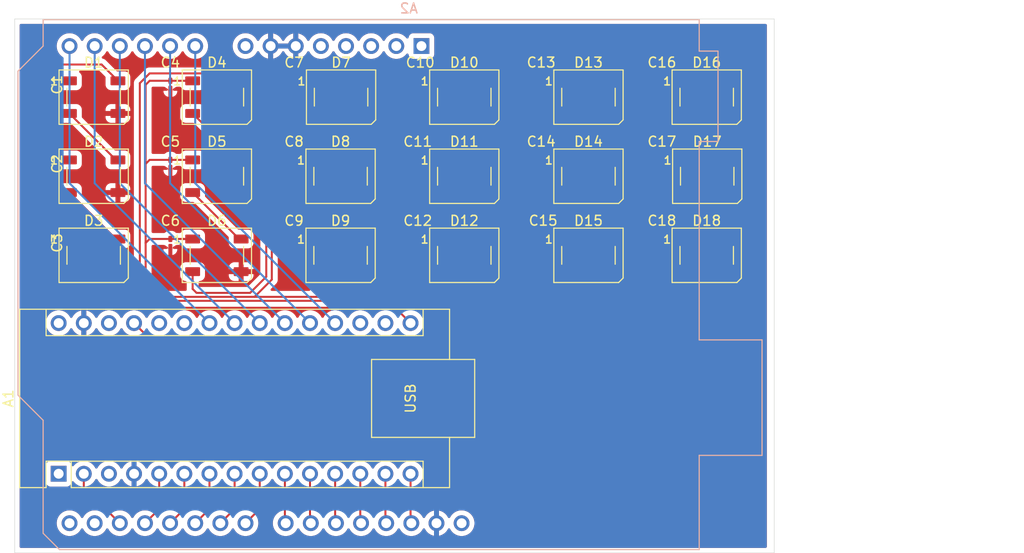
<source format=kicad_pcb>
(kicad_pcb (version 20241229) (generator "pcbnew") (generator_version "9.0")
  (layers (0 "F.Cu" signal) (2 "B.Cu" signal) (13 "F.Paste" user) (15 "B.Paste" user) (5 "F.SilkS" user "F.Silkscreen") (7 "B.SilkS" user "B.Silkscreen") (1 "F.Mask" user) (3 "B.Mask" user) (25 "Edge.Cuts" user))
  (net 0 "")
  (net 1 "GND")
  (net 2 "Net-(A1-D2)")
  (net 3 "Net-(A1-SCK)")
  (net 4 "Net-(A1-D5)")
  (net 5 "Net-(A1-D4)")
  (net 6 "Net-(A1-A0)")
  (net 12 "+5V")
  (net 14 "Net-(A1-D6)")
  (net 15 "Net-(A1-A3)")
  (net 16 "Net-(A1-D10)")
  (net 17 "Net-(A1-A1)")
  (net 18 "Net-(A1-SCL{slash}A5)")
  (net 19 "Net-(A1-D3)")
  (net 20 "Net-(A1-D7)")
  (net 21 "Net-(A1-MOSI)")
  (net 22 "Net-(A1-A2)")
  (net 23 "Net-(A1-RX1)")
  (net 24 "Net-(A1-MISO)")
  (net 25 "Net-(A1-D8)")
  (net 28 "Net-(A1-D9)")
  (net 29 "Net-(A1-SDA{slash}A4)")
  (net 39 "Net-(D1-DOUT)")
  (net 40 "Net-(D2-DOUT)")
  (net 41 "Net-(D3-DOUT)")
  (net 42 "Net-(D4-DOUT)")
  (net 43 "Net-(D5-DOUT)")
  (net 44 "Net-(D6-DOUT)")
  (net 45 "Net-(D7-DOUT)")
  (net 46 "Net-(D8-DOUT)")
  (net 47 "Net-(D10-DIN)")
  (net 48 "Net-(D10-DOUT)")
  (net 49 "Net-(D11-DOUT)")
  (net 50 "Net-(D12-DOUT)")
  (net 51 "Net-(D13-DOUT)")
  (net 52 "Net-(D14-DOUT)")
  (net 53 "Net-(D15-DOUT)")
  (net 54 "Net-(D16-DOUT)")
  (net 55 "Net-(D17-DOUT)")
  (footprint "Capacitor_SMD:C_0201_0603Metric_Pad0.64x0.40mm_HandSolder" (layer "F.Cu") (at 90.821249 51.6575 -90)
    (property "Reference" "C10")
    (property "Value" "C")
  )
  (footprint "LED_SMD:LED_WS2812B_PLCC4_5.0x5.0mm_P3.2mm" (layer "F.Cu") (at 119.928749 52.9075)
    (property "Reference" "D16")
    (property "Value" "WS2812B" (hide yes))
  )
  (footprint "LED_SMD:LED_WS2812B_PLCC4_5.0x5.0mm_P3.2mm" (layer "F.Cu") (at 119.928749 68.9075)
    (property "Reference" "D18")
    (property "Value" "WS2812B" (hide yes))
  )
  (footprint "LED_SMD:LED_WS2812B_PLCC4_5.0x5.0mm_P3.2mm" (layer "F.Cu") (at 70.428749 52.9075)
    (property "Reference" "D4")
    (property "Value" "WS2812B" (hide yes))
  )
  (footprint "LED_SMD:LED_WS2812B_PLCC4_5.0x5.0mm_P3.2mm" (layer "F.Cu") (at 82.928749 60.9075)
    (property "Reference" "D8")
    (property "Value" "WS2812B" (hide yes))
  )
  (footprint "Capacitor_SMD:C_0201_0603Metric_Pad0.64x0.40mm_HandSolder" (layer "F.Cu") (at 90.728749 59.6575 -90)
    (property "Reference" "C11")
    (property "Value" "C" (hide yes))
  )
  (footprint "LED_SMD:LED_WS2812B_PLCC4_5.0x5.0mm_P3.2mm" (layer "F.Cu") (at 82.978749 52.9075)
    (property "Reference" "D7")
    (property "Value" "WS2812B" (hide yes))
  )
  (footprint "Capacitor_SMD:C_0201_0603Metric_Pad0.64x0.40mm_HandSolder" (layer "F.Cu") (at 103.4 67.6 -90)
    (property "Reference" "C15")
    (property "Value" "C" (hide yes))
  )
  (footprint "Capacitor_SMD:C_0201_0603Metric_Pad0.64x0.40mm_HandSolder" (layer "F.Cu") (at 115.4 51.6325 -90)
    (property "Reference" "C16")
    (property "Value" "C" (hide yes))
  )
  (footprint "Capacitor_SMD:C_0201_0603Metric_Pad0.64x0.40mm_HandSolder" (layer "F.Cu") (at 53.228749 51.6575 -90)
    (property "Reference" "C1")
    (property "Value" "C")
  )
  (footprint "Capacitor_SMD:C_0201_0603Metric_Pad0.64x0.40mm_HandSolder" (layer "F.Cu") (at 65.728749 59.6575 -90)
    (property "Reference" "C5")
    (property "Value" "C" (hide yes))
  )
  (footprint "LED_SMD:LED_WS2812B_PLCC4_5.0x5.0mm_P3.2mm" (layer "F.Cu") (at 119.978749 60.9075)
    (property "Reference" "D17")
    (property "Value" "WS2812B" (hide yes))
  )
  (footprint "LED_SMD:LED_WS2812B_PLCC4_5.0x5.0mm_P3.2mm" (layer "F.Cu") (at 95.428749 68.9075)
    (property "Reference" "D12")
    (property "Value" "WS2812B" (hide yes))
  )
  (footprint "LED_SMD:LED_WS2812B_PLCC4_5.0x5.0mm_P3.2mm" (layer "F.Cu") (at 107.978749 52.9075)
    (property "Reference" "D13")
    (property "Value" "WS2812B" (hide yes))
  )
  (footprint "LED_SMD:LED_WS2812B_PLCC4_5.0x5.0mm_P3.2mm" (layer "F.Cu") (at 57.978749 52.9075)
    (property "Reference" "D1")
    (property "Value" "WS2812B" (hide yes))
  )
  (footprint "LED_SMD:LED_WS2812B_PLCC4_5.0x5.0mm_P3.2mm" (layer "F.Cu") (at 95.428749 60.9075)
    (property "Reference" "D11")
    (property "Value" "WS2812B" (hide yes))
  )
  (footprint "Capacitor_SMD:C_0201_0603Metric_Pad0.64x0.40mm_HandSolder" (layer "F.Cu") (at 53.228749 67.6575 -90)
    (property "Reference" "C3")
    (property "Value" "C" (hide yes))
  )
  (footprint "Capacitor_SMD:C_0201_0603Metric_Pad0.64x0.40mm_HandSolder" (layer "F.Cu") (at 103.25 59.6575 -90)
    (property "Reference" "C14")
    (property "Value" "C" (hide yes))
  )
  (footprint "Capacitor_SMD:C_0201_0603Metric_Pad0.64x0.40mm_HandSolder" (layer "F.Cu") (at 78.228749 51.6575 -90)
    (property "Reference" "C7")
    (property "Value" "C" (hide yes))
  )
  (footprint "Capacitor_SMD:C_0201_0603Metric_Pad0.64x0.40mm_HandSolder" (layer "F.Cu") (at 115.4 59.6325 -90)
    (property "Reference" "C17")
    (property "Value" "C" (hide yes))
  )
  (footprint "LED_SMD:LED_WS2812B_PLCC4_5.0x5.0mm_P3.2mm" (layer "F.Cu") (at 107.978749 60.9075)
    (property "Reference" "D14")
    (property "Value" "WS2812B" (hide yes))
  )
  (footprint "LED_SMD:LED_WS2812B_PLCC4_5.0x5.0mm_P3.2mm" (layer "F.Cu") (at 95.428749 52.9075)
    (property "Reference" "D10")
    (property "Value" "WS2812B" (hide yes))
  )
  (footprint "LED_SMD:LED_WS2812B_PLCC4_5.0x5.0mm_P3.2mm" (layer "F.Cu") (at 57.978749 60.9075)
    (property "Reference" "D2")
    (property "Value" "WS2812B" (hide yes))
  )
  (footprint "LED_SMD:LED_WS2812B_PLCC4_5.0x5.0mm_P3.2mm" (layer "F.Cu") (at 82.928749 68.9075)
    (property "Reference" "D9")
    (property "Value" "WS2812B" (hide yes))
  )
  (footprint "Capacitor_SMD:C_0201_0603Metric_Pad0.64x0.40mm_HandSolder" (layer "F.Cu") (at 90.728749 67.6575 -90)
    (property "Reference" "C12")
    (property "Value" "C" (hide yes))
  )
  (footprint "Capacitor_SMD:C_0201_0603Metric_Pad0.64x0.40mm_HandSolder" (layer "F.Cu") (at 103.25 51.6575 -90)
    (property "Reference" "C13")
    (property "Value" "C" (hide yes))
  )
  (footprint "LED_SMD:LED_WS2812B_PLCC4_5.0x5.0mm_P3.2mm" (layer "F.Cu") (at 70.428749 68.9075)
    (property "Reference" "D6")
    (property "Value" "WS2812B" (hide yes))
  )
  (footprint "Module:Arduino_Nano" (layer "F.Cu") (at 54.44 91 90)
    (property "Reference" "A1")
    (property "Value" "Arduino_Nano_Every")
  )
  (footprint "Capacitor_SMD:C_0201_0603Metric_Pad0.64x0.40mm_HandSolder" (layer "F.Cu") (at 78.228749 67.6575 -90)
    (property "Reference" "C9")
    (property "Value" "C" (hide yes))
  )
  (footprint "Capacitor_SMD:C_0201_0603Metric_Pad0.64x0.40mm_HandSolder" (layer "F.Cu") (at 65.728749 51.6575 -90)
    (property "Reference" "C4")
    (property "Value" "C" (hide yes))
  )
  (footprint "LED_SMD:LED_WS2812B_PLCC4_5.0x5.0mm_P3.2mm" (layer "F.Cu") (at 107.978749 68.9075)
    (property "Reference" "D15")
    (property "Value" "WS2812B" (hide yes))
  )
  (footprint "LED_SMD:LED_WS2812B_PLCC4_5.0x5.0mm_P3.2mm" (layer "F.Cu") (at 57.978749 68.9075)
    (property "Reference" "D3")
    (property "Value" "WS2812B" (hide yes))
  )
  (footprint "LED_SMD:LED_WS2812B_PLCC4_5.0x5.0mm_P3.2mm" (layer "F.Cu") (at 70.428749 60.9075)
    (property "Reference" "D5")
    (property "Value" "WS2812B" (hide yes))
  )
  (footprint "Capacitor_SMD:C_0201_0603Metric_Pad0.64x0.40mm_HandSolder" (layer "F.Cu") (at 115.4 67.6 -90)
    (property "Reference" "C18")
    (property "Value" "C" (hide yes))
  )
  (footprint "Capacitor_SMD:C_0201_0603Metric_Pad0.64x0.40mm_HandSolder" (layer "F.Cu") (at 65.728749 67.6575 -90)
    (property "Reference" "C6")
    (property "Value" "C" (hide yes))
  )
  (footprint "Capacitor_SMD:C_0201_0603Metric_Pad0.64x0.40mm_HandSolder" (layer "F.Cu") (at 53.228749 59.6575 -90)
    (property "Reference" "C2")
    (property "Value" "C")
  )
  (footprint "Capacitor_SMD:C_0201_0603Metric_Pad0.64x0.40mm_HandSolder" (layer "F.Cu") (at 78.228749 59.6575 -90)
    (property "Reference" "C8")
    (property "Value" "C" (hide yes))
  )
  (footprint "Module:Arduino_UNO_R2" (layer "B.Cu") (at 91.1 47.74 180)
    (property "Reference" "A2")
    (property "Value" "Arduino_UNO_R2")
  )
  (gr_line (start 50 99) (end 126.75 99) (stroke (width 0.05)) (layer "Edge.Cuts"))
  (gr_line (start 126.75 45) (end 126.75 99) (stroke (width 0.05)) (layer "Edge.Cuts"))
  (gr_line (start 50 45) (end 126.75 45) (stroke (width 0.05)) (layer "Edge.Cuts"))
  (gr_line (start 50 45) (end 50 99) (stroke (width 0.05)) (layer "Edge.Cuts"))
  (segment (start 64.6 91) (end 64.6 94.56) (width 0.2) (layer "F.Cu") (net 2))
  (segment (start 64.6 94.56) (end 63.16 96) (width 0.2) (layer "F.Cu") (net 2))
  (segment (start 55.546549 73.5085) (end 51.577749 69.5397) (width 0.2) (layer "F.Cu") (net 3))
  (segment (start 87.7475 73.5075) (end 90 75.76) (width 0.2) (layer "F.Cu") (net 3))
  (segment (start 53.711649 49.6075) (end 58.778749 49.6075) (width 0.2) (layer "F.Cu") (net 3))
  (segment (start 85.567749 73.5085) (end 55.546549 73.5085) (width 0.2) (layer "F.Cu") (net 3))
  (segment (start 85.568749 73.5075) (end 85.567749 73.5085) (width 0.2) (layer "F.Cu") (net 3))
  (segment (start 85.568749 73.5075) (end 87.7475 73.5075) (width 0.2) (layer "F.Cu") (net 3))
  (segment (start 51.577749 69.5397) (end 51.577749 51.7414) (width 0.2) (layer "F.Cu") (net 3))
  (segment (start 58.778749 49.6075) (end 60.428749 51.2575) (width 0.2) (layer "F.Cu") (net 3))
  (segment (start 51.577749 51.7414) (end 53.711649 49.6075) (width 0.2) (layer "F.Cu") (net 3))
  (segment (start 72.22 91) (end 72.22 94.56) (width 0.2) (layer "F.Cu") (net 4))
  (segment (start 72.22 94.56) (end 70.78 96) (width 0.2) (layer "F.Cu") (net 4))
  (segment (start 69.68 91) (end 69.68 94.56) (width 0.2) (layer "F.Cu") (net 5))
  (segment (start 69.68 94.56) (end 68.24 96) (width 0.2) (layer "F.Cu") (net 5))
  (segment (start 68.24 47.74) (end 68.24 61.62) (width 0.2) (layer "B.Cu") (net 6))
  (segment (start 68.24 61.62) (end 82.38 75.76) (width 0.2) (layer "B.Cu") (net 6))
  (segment (start 115.4 67.1925) (end 117.413749 67.1925) (width 0.2) (layer "F.Cu") (net 12))
  (segment (start 54.77125 59.25) (end 54.77875 59.2575) (width 0.2) (layer "F.Cu") (net 12))
  (segment (start 113.2 67.8) (end 113.2 59.6) (width 0.2) (layer "F.Cu") (net 12))
  (segment (start 80.528749 51.2575) (end 79.53875 51.2575) (width 0.2) (layer "F.Cu") (net 12))
  (segment (start 101.35 51.25) (end 103.25 51.25) (width 0.2) (layer "F.Cu") (net 12))
  (segment (start 86.578749 73.1075) (end 86.728749 73.1075) (width 0.2) (layer "F.Cu") (net 12))
  (segment (start 86.578749 73.1) (end 86.578749 73.1075) (width 0.2) (layer "F.Cu") (net 12))
  (segment (start 99.2 73.1075) (end 99.2925 73.1075) (width 0.2) (layer "F.Cu") (net 12))
  (segment (start 63.228749 59.6575) (end 63.228749 67.6575) (width 0.2) (layer "F.Cu") (net 12))
  (segment (start 63.9 77.6) (end 95.086249 77.6) (width 0.2) (layer "F.Cu") (net 12))
  (segment (start 105.521249 51.25) (end 105.528749 51.2575) (width 0.2) (layer "F.Cu") (net 12))
  (segment (start 65.728749 67.25) (end 63.636249 67.25) (width 0.2) (layer "F.Cu") (net 12))
  (segment (start 78.228749 51.25) (end 79.53125 51.25) (width 0.2) (layer "F.Cu") (net 12))
  (segment (start 88.478749 51.6575) (end 88.478749 59.6575) (width 0.2) (layer "F.Cu") (net 12))
  (segment (start 54.77125 51.25) (end 54.77875 51.2575) (width 0.2) (layer "F.Cu") (net 12))
  (segment (start 65.728749 59.25) (end 67.22125 59.25) (width 0.2) (layer "F.Cu") (net 12))
  (segment (start 65.728749 51.25) (end 67.22125 51.25) (width 0.2) (layer "F.Cu") (net 12))
  (segment (start 117.496249 59.225) (end 117.528749 59.2575) (width 0.2) (layer "F.Cu") (net 12))
  (segment (start 53.228749 51.25) (end 54.77125 51.25) (width 0.2) (layer "F.Cu") (net 12))
  (segment (start 103.4 67.1925) (end 105.463749 67.1925) (width 0.2) (layer "F.Cu") (net 12))
  (segment (start 53.228749 67.25) (end 52.636249 67.25) (width 0.2) (layer "F.Cu") (net 12))
  (segment (start 115.4 51.225) (end 115.775 51.225) (width 0.2) (layer "F.Cu") (net 12))
  (segment (start 67.978749 51.2575) (end 67.22875 51.2575) (width 0.2) (layer "F.Cu") (net 12))
  (segment (start 67.978749 59.2575) (end 67.22875 59.2575) (width 0.2) (layer "F.Cu") (net 12))
  (segment (start 75.978749 51.6575) (end 75.978749 59.6575) (width 0.2) (layer "F.Cu") (net 12))
  (segment (start 51.978749 51.9075) (end 52.636249 51.25) (width 0.2) (layer "F.Cu") (net 12))
  (segment (start 76.386249 59.25) (end 75.978749 59.6575) (width 0.2) (layer "F.Cu") (net 12))
  (segment (start 113.825 51.225) (end 115.4 51.225) (width 0.2) (layer "F.Cu") (net 12))
  (segment (start 92.01375 51.25) (end 90.821249 51.25) (width 0.2) (layer "F.Cu") (net 12))
  (segment (start 88.886249 59.25) (end 88.478749 59.6575) (width 0.2) (layer "F.Cu") (net 12))
  (segment (start 99.578749 73.1075) (end 112.2 73.1075) (width 0.2) (layer "F.Cu") (net 12))
  (segment (start 63.228749 51.6575) (end 63.228749 59.6575) (width 0.2) (layer "F.Cu") (net 12))
  (segment (start 103.4 67.1925) (end 101.2075 67.1925) (width 0.2) (layer "F.Cu") (net 12))
  (segment (start 75.978749 59.6575) (end 75.978749 67.6575) (width 0.2) (layer "F.Cu") (net 12))
  (segment (start 113.8075 67.1925) (end 113.2 67.8) (width 0.2) (layer "F.Cu") (net 12))
  (segment (start 92.22125 67.25) (end 90.728749 67.25) (width 0.2) (layer "F.Cu") (net 12))
  (segment (start 62.06 75.76) (end 63.9 77.6) (width 0.2) (layer "F.Cu") (net 12))
  (segment (start 88.478749 67.6575) (end 88.478749 71.3575) (width 0.2) (layer "F.Cu") (net 12))
  (segment (start 92.978749 51.2575) (end 92.02125 51.2575) (width 0.2) (layer "F.Cu") (net 12))
  (segment (start 115.775 51.225) (end 115.8075 51.2575) (width 0.2) (layer "F.Cu") (net 12))
  (segment (start 67.978749 67.2575) (end 67.07125 67.2575) (width 0.2) (layer "F.Cu") (net 12))
  (segment (start 91.84125 59.2575) (end 91.83375 59.25) (width 0.2) (layer "F.Cu") (net 12))
  (segment (start 79.53125 51.25) (end 79.53875 51.2575) (width 0.2) (layer "F.Cu") (net 12))
  (segment (start 65.728749 67.25) (end 67.06375 67.25) (width 0.2) (layer "F.Cu") (net 12))
  (segment (start 79.36125 59.25) (end 79.36875 59.2575) (width 0.2) (layer "F.Cu") (net 12))
  (segment (start 115.4 59.225) (end 113.575 59.225) (width 0.2) (layer "F.Cu") (net 12))
  (segment (start 103.25 51.25) (end 105.521249 51.25) (width 0.2) (layer "F.Cu") (net 12))
  (segment (start 63.636249 67.25) (end 63.228749 67.6575) (width 0.2) (layer "F.Cu") (net 12))
  (segment (start 100.8 59.6) (end 100.8 51.8) (width 0.2) (layer "F.Cu") (net 12))
  (segment (start 52.636249 67.25) (end 51.978749 67.9075) (width 0.2) (layer "F.Cu") (net 12))
  (segment (start 112.2 73.1075) (end 113.2 72.1075) (width 0.2) (layer "F.Cu") (net 12))
  (segment (start 54.77125 67.25) (end 54.77875 67.2575) (width 0.2) (layer "F.Cu") (net 12))
  (segment (start 105.528749 67.2575) (end 105.27375 67.2575) (width 0.2) (layer "F.Cu") (net 12))
  (segment (start 113.2 59.6) (end 113.2 51.8) (width 0.2) (layer "F.Cu") (net 12))
  (segment (start 80.328749 59.2575) (end 80.478749 59.2575) (width 0.2) (layer "F.Cu") (net 12))
  (segment (start 75.978749 67.6575) (end 75.978749 71.3575) (width 0.2) (layer "F.Cu") (net 12))
  (segment (start 88.886249 67.25) (end 88.478749 67.6575) (width 0.2) (layer "F.Cu") (net 12))
  (segment (start 65.728749 59.25) (end 63.636249 59.25) (width 0.2) (layer "F.Cu") (net 12))
  (segment (start 113.2 72.1075) (end 113.2 67.8) (width 0.2) (layer "F.Cu") (net 12))
  (segment (start 78.228749 59.25) (end 79.36125 59.25) (width 0.2) (layer "F.Cu") (net 12))
  (segment (start 67.06375 67.25) (end 67.07125 67.2575) (width 0.2) (layer "F.Cu") (net 12))
  (segment (start 80.228749 67.2575) (end 80.478749 67.2575) (width 0.2) (layer "F.Cu") (net 12))
  (segment (start 99.2925 73.1075) (end 100.8 71.6) (width 0.2) (layer "F.Cu") (net 12))
  (segment (start 63.228749 67.6575) (end 63.228749 71.6075) (width 0.2) (layer "F.Cu") (net 12))
  (segment (start 52.636249 59.25) (end 51.978749 59.9075) (width 0.2) (layer "F.Cu") (net 12))
  (segment (start 92.22875 67.2575) (end 92.22125 67.25) (width 0.2) (layer "F.Cu") (net 12))
  (segment (start 53.228749 59.25) (end 52.636249 59.25) (width 0.2) (layer "F.Cu") (net 12))
  (segment (start 88.478749 71.3575) (end 86.728749 73.1075) (width 0.2) (layer "F.Cu") (net 12))
  (segment (start 55.528749 67.2575) (end 54.77875 67.2575) (width 0.2) (layer "F.Cu") (net 12))
  (segment (start 86.728749 73.1075) (end 99.2 73.1075) (width 0.2) (layer "F.Cu") (net 12))
  (segment (start 80.478749 67.2575) (end 79.59875 67.2575) (width 0.2) (layer "F.Cu") (net 12))
  (segment (start 105.463749 67.1925) (end 105.528749 67.2575) (width 0.2) (layer "F.Cu") (net 12))
  (segment (start 78.228749 67.25) (end 79.59125 67.25) (width 0.2) (layer "F.Cu") (net 12))
  (segment (start 67.928749 67.2575) (end 67.978749 67.2575) (width 0.2) (layer "F.Cu") (net 12))
  (segment (start 100.8 71.6) (end 100.8 67.6) (width 0.2) (layer "F.Cu") (net 12))
  (segment (start 103.25 59.25) (end 104.77125 59.25) (width 0.2) (layer "F.Cu") (net 12))
  (segment (start 115.4 67.1925) (end 113.8075 67.1925) (width 0.2) (layer "F.Cu") (net 12))
  (segment (start 91.83375 59.25) (end 90.728749 59.25) (width 0.2) (layer "F.Cu") (net 12))
  (segment (start 90.728749 67.25) (end 88.886249 67.25) (width 0.2) (layer "F.Cu") (net 12))
  (segment (start 88.478749 59.6575) (end 88.478749 67.6575) (width 0.2) (layer "F.Cu") (net 12))
  (segment (start 113.575 59.225) (end 113.2 59.6) (width 0.2) (layer "F.Cu") (net 12))
  (segment (start 113.2 51.8) (end 113.8 51.2) (width 0.2) (layer "F.Cu") (net 12))
  (segment (start 63.636249 51.25) (end 63.228749 51.6575) (width 0.2) (layer "F.Cu") (net 12))
  (segment (start 100.8 51.8) (end 101.35 51.25) (width 0.2) (layer "F.Cu") (net 12))
  (segment (start 55.712649 73.1075) (end 51.978749 69.3736) (width 0.2) (layer "F.Cu") (net 12))
  (segment (start 67.22125 59.25) (end 67.22875 59.2575) (width 0.2) (layer "F.Cu") (net 12))
  (segment (start 103.25 59.25) (end 101.15 59.25) (width 0.2) (layer "F.Cu") (net 12))
  (segment (start 92.978749 67.2575) (end 92.22875 67.2575) (width 0.2) (layer "F.Cu") (net 12))
  (segment (start 117.413749 67.1925) (end 117.478749 67.2575) (width 0.2) (layer "F.Cu") (net 12))
  (segment (start 92.978749 59.2575) (end 91.84125 59.2575) (width 0.2) (layer "F.Cu") (net 12))
  (segment (start 80.478749 59.2575) (end 79.36875 59.2575) (width 0.2) (layer "F.Cu") (net 12))
  (segment (start 115.8075 51.2575) (end 117.478749 51.2575) (width 0.2) (layer "F.Cu") (net 12))
  (segment (start 67.83875 59.2575) (end 67.978749 59.2575) (width 0.2) (layer "F.Cu") (net 12))
  (segment (start 51.978749 59.9075) (end 51.978749 51.9075) (width 0.2) (layer "F.Cu") (net 12))
  (segment (start 55.528749 51.2575) (end 54.77875 51.2575) (width 0.2) (layer "F.Cu") (net 12))
  (segment (start 52.636249 51.25) (end 53.228749 51.25) (width 0.2) (layer "F.Cu") (net 12))
  (segment (start 76.386249 67.25) (end 75.978749 67.6575) (width 0.2) (layer "F.Cu") (net 12))
  (segment (start 92.22875 59.2575) (end 92.978749 59.2575) (width 0.2) (layer "F.Cu") (net 12))
  (segment (start 63.228749 71.6075) (end 61.728749 73.1075) (width 0.2) (layer "F.Cu") (net 12))
  (segment (start 67.22125 51.25) (end 67.22875 51.2575) (width 0.2) (layer "F.Cu") (net 12))
  (segment (start 55.528749 59.2575) (end 54.77875 59.2575) (width 0.2) (layer "F.Cu") (net 12))
  (segment (start 90.728749 59.25) (end 88.886249 59.25) (width 0.2) (layer "F.Cu") (net 12))
  (segment (start 88.886249 51.25) (end 88.478749 51.6575) (width 0.2) (layer "F.Cu") (net 12))
  (segment (start 78.228749 67.25) (end 76.386249 67.25) (width 0.2) (layer "F.Cu") (net 12))
  (segment (start 51.978749 67.9075) (end 51.978749 59.9075) (width 0.2) (layer "F.Cu") (net 12))
  (segment (start 115.4 59.225) (end 117.496249 59.225) (width 0.2) (layer "F.Cu") (net 12))
  (segment (start 63.636249 59.25) (end 63.228749 59.6575) (width 0.2) (layer "F.Cu") (net 12))
  (segment (start 101.2075 67.1925) (end 100.8 67.6) (width 0.2) (layer "F.Cu") (net 12))
  (segment (start 78.228749 51.25) (end 76.386249 51.25) (width 0.2) (layer "F.Cu") (net 12))
  (segment (start 95.086249 77.6) (end 99.578749 73.1075) (width 0.2) (layer "F.Cu") (net 12))
  (segment (start 79.59125 67.25) (end 79.59875 67.2575) (width 0.2) (layer "F.Cu") (net 12))
  (segment (start 92.728749 67.2575) (end 92.978749 67.2575) (width 0.2) (layer "F.Cu") (net 12))
  (segment (start 90.821249 51.25) (end 88.886249 51.25) (width 0.2) (layer "F.Cu") (net 12))
  (segment (start 105.528749 59.2575) (end 104.77875 59.2575) (width 0.2) (layer "F.Cu") (net 12))
  (segment (start 53.228749 67.25) (end 54.77125 67.25) (width 0.2) (layer "F.Cu") (net 12))
  (segment (start 61.728749 73.1075) (end 55.712649 73.1075) (width 0.2) (layer "F.Cu") (net 12))
  (segment (start 100.8 67.6) (end 100.8 59.6) (width 0.2) (layer "F.Cu") (net 12))
  (segment (start 61.728749 73.1075) (end 73.978749 73.1075) (width 0.2) (layer "F.Cu") (net 12))
  (segment (start 92.02125 51.2575) (end 92.01375 51.25) (width 0.2) (layer "F.Cu") (net 12))
  (segment (start 65.728749 51.25) (end 63.636249 51.25) (width 0.2) (layer "F.Cu") (net 12))
  (segment (start 101.15 59.25) (end 100.8 59.6) (width 0.2) (layer "F.Cu") (net 12))
  (segment (start 51.978749 69.3736) (end 51.978749 67.9075) (width 0.2) (layer "F.Cu") (net 12))
  (segment (start 75.978749 71.3575) (end 74.228749 73.1075) (width 0.2) (layer "F.Cu") (net 12))
  (segment (start 104.77125 59.25) (end 104.77875 59.2575) (width 0.2) (layer "F.Cu") (net 12))
  (segment (start 113.8 51.2) (end 113.825 51.225) (width 0.2) (layer "F.Cu") (net 12))
  (segment (start 99.2 73.1075) (end 99.578749 73.1075) (width 0.2) (layer "F.Cu") (net 12))
  (segment (start 53.228749 59.25) (end 54.77125 59.25) (width 0.2) (layer "F.Cu") (net 12))
  (segment (start 73.978749 73.1075) (end 74.228749 73.1075) (width 0.2) (layer "F.Cu") (net 12))
  (segment (start 78.228749 59.25) (end 76.386249 59.25) (width 0.2) (layer "F.Cu") (net 12))
  (segment (start 76.386249 51.25) (end 75.978749 51.6575) (width 0.2) (layer "F.Cu") (net 12))
  (segment (start 74.228749 73.1075) (end 86.578749 73.1075) (width 0.2) (layer "F.Cu") (net 12))
  (segment (start 74.76 94.56) (end 73.32 96) (width 0.2) (layer "F.Cu") (net 14))
  (segment (start 74.76 91) (end 74.76 94.56) (width 0.2) (layer "F.Cu") (net 14))
  (segment (start 60.62 47.74) (end 60.62 61.62) (width 0.2) (layer "B.Cu") (net 15))
  (segment (start 60.62 61.62) (end 74.76 75.76) (width 0.2) (layer "B.Cu") (net 15))
  (segment (start 84.92 91) (end 84.92 95.92) (width 0.2) (layer "F.Cu") (net 16))
  (segment (start 84.92 95.92) (end 85 96) (width 0.2) (layer "F.Cu") (net 16))
  (segment (start 65.7 47.74) (end 65.7 61.62) (width 0.2) (layer "B.Cu") (net 17))
  (segment (start 65.7 61.62) (end 79.84 75.76) (width 0.2) (layer "B.Cu") (net 17))
  (segment (start 55.54 61.62) (end 69.68 75.76) (width 0.2) (layer "B.Cu") (net 18))
  (segment (start 55.54 47.74) (end 55.54 61.62) (width 0.2) (layer "B.Cu") (net 18))
  (segment (start 67.14 94.56) (end 65.7 96) (width 0.2) (layer "F.Cu") (net 19))
  (segment (start 67.14 91) (end 67.14 94.56) (width 0.2) (layer "F.Cu") (net 19))
  (segment (start 77.3 95.92) (end 77.38 96) (width 0.2) (layer "F.Cu") (net 20))
  (segment (start 77.3 91) (end 77.3 95.92) (width 0.2) (layer "F.Cu") (net 20))
  (segment (start 87.46 95.92) (end 87.54 96) (width 0.2) (layer "F.Cu") (net 21))
  (segment (start 87.46 91) (end 87.46 95.92) (width 0.2) (layer "F.Cu") (net 21))
  (segment (start 63.16 61.62) (end 77.3 75.76) (width 0.2) (layer "B.Cu") (net 22))
  (segment (start 63.16 47.74) (end 63.16 61.62) (width 0.2) (layer "B.Cu") (net 22))
  (segment (start 56.98 92.36) (end 60.62 96) (width 0.2) (layer "F.Cu") (net 23))
  (segment (start 56.98 91) (end 56.98 92.36) (width 0.2) (layer "F.Cu") (net 23))
  (segment (start 90 95.92) (end 90.08 96) (width 0.2) (layer "F.Cu") (net 24))
  (segment (start 90 91) (end 90 95.92) (width 0.2) (layer "F.Cu") (net 24))
  (segment (start 79.84 95.92) (end 79.92 96) (width 0.2) (layer "F.Cu") (net 25))
  (segment (start 79.84 91) (end 79.84 95.92) (width 0.2) (layer "F.Cu") (net 25))
  (segment (start 82.38 91) (end 82.38 95.92) (width 0.2) (layer "F.Cu") (net 28))
  (segment (start 82.38 95.92) (end 82.46 96) (width 0.2) (layer "F.Cu") (net 28))
  (segment (start 58.08 61.62) (end 72.22 75.76) (width 0.2) (layer "B.Cu") (net 29))
  (segment (start 58.08 47.74) (end 58.08 61.62) (width 0.2) (layer "B.Cu") (net 29))
  (segment (start 60.228749 59.2575) (end 60.428749 59.2575) (width 0.2) (layer "F.Cu") (net 39))
  (segment (start 55.528749 54.5575) (end 60.228749 59.2575) (width 0.2) (layer "F.Cu") (net 39))
  (segment (start 60.228749 67.2575) (end 60.428749 67.2575) (width 0.2) (layer "F.Cu") (net 40))
  (segment (start 55.528749 62.5575) (end 60.228749 67.2575) (width 0.2) (layer "F.Cu") (net 40))
  (segment (start 63.629749 50.5065) (end 72.127749 50.5065) (width 0.2) (layer "F.Cu") (net 41))
  (segment (start 62.641449 71.3202) (end 62.641449 51.4948) (width 0.2) (layer "F.Cu") (net 41))
  (segment (start 62.641449 51.4948) (end 63.629749 50.5065) (width 0.2) (layer "F.Cu") (net 41))
  (segment (start 72.127749 50.5065) (end 72.878749 51.2575) (width 0.2) (layer "F.Cu") (net 41))
  (segment (start 55.878749 72.7065) (end 61.255149 72.7065) (width 0.2) (layer "F.Cu") (net 41))
  (segment (start 55.528749 72.3565) (end 55.878749 72.7065) (width 0.2) (layer "F.Cu") (net 41))
  (segment (start 61.255149 72.7065) (end 62.641449 71.3202) (width 0.2) (layer "F.Cu") (net 41))
  (segment (start 55.528749 70.5575) (end 55.528749 72.3565) (width 0.2) (layer "F.Cu") (net 41))
  (segment (start 67.978749 54.5575) (end 72.678749 59.2575) (width 0.2) (layer "F.Cu") (net 42))
  (segment (start 72.678749 59.2575) (end 72.878749 59.2575) (width 0.2) (layer "F.Cu") (net 42))
  (segment (start 67.978749 62.5575) (end 72.678749 67.2575) (width 0.2) (layer "F.Cu") (net 43))
  (segment (start 72.678749 67.2575) (end 72.878749 67.2575) (width 0.2) (layer "F.Cu") (net 43))
  (segment (start 67.978749 70.5575) (end 67.978749 72.3065) (width 0.2) (layer "F.Cu") (net 44))
  (segment (start 75.420249 71.0689) (end 75.420249 51.216) (width 0.2) (layer "F.Cu") (net 44))
  (segment (start 73.782649 72.7065) (end 75.420249 71.0689) (width 0.2) (layer "F.Cu") (net 44))
  (segment (start 67.978749 72.3065) (end 68.378749 72.7065) (width 0.2) (layer "F.Cu") (net 44))
  (segment (start 75.420249 51.216) (end 76.129749 50.5065) (width 0.2) (layer "F.Cu") (net 44))
  (segment (start 76.129749 50.5065) (end 84.677749 50.5065) (width 0.2) (layer "F.Cu") (net 44))
  (segment (start 68.378749 72.7065) (end 73.782649 72.7065) (width 0.2) (layer "F.Cu") (net 44))
  (segment (start 84.677749 50.5065) (end 85.428749 51.2575) (width 0.2) (layer "F.Cu") (net 44))
  (segment (start 80.528749 54.5575) (end 85.228749 59.2575) (width 0.2) (layer "F.Cu") (net 45))
  (segment (start 85.228749 59.2575) (end 85.378749 59.2575) (width 0.2) (layer "F.Cu") (net 45))
  (segment (start 80.478749 62.5575) (end 85.178749 67.2575) (width 0.2) (layer "F.Cu") (net 46))
  (segment (start 85.178749 67.2575) (end 85.378749 67.2575) (width 0.2) (layer "F.Cu") (net 46))
  (segment (start 88.629749 50.5065) (end 87.902749 51.2335) (width 0.2) (layer "F.Cu") (net 47))
  (segment (start 87.902749 51.2335) (end 87.902749 71.2089) (width 0.2) (layer "F.Cu") (net 47))
  (segment (start 86.405149 72.7065) (end 80.877749 72.7065) (width 0.2) (layer "F.Cu") (net 47))
  (segment (start 87.902749 71.2089) (end 86.405149 72.7065) (width 0.2) (layer "F.Cu") (net 47))
  (segment (start 80.877749 72.7065) (end 80.478749 72.3075) (width 0.2) (layer "F.Cu") (net 47))
  (segment (start 97.878749 51.2575) (end 97.127749 50.5065) (width 0.2) (layer "F.Cu") (net 47))
  (segment (start 97.127749 50.5065) (end 88.629749 50.5065) (width 0.2) (layer "F.Cu") (net 47))
  (segment (start 80.478749 72.3075) (end 80.478749 70.5575) (width 0.2) (layer "F.Cu") (net 47))
  (segment (start 92.978749 54.5575) (end 97.678749 59.2575) (width 0.2) (layer "F.Cu") (net 48))
  (segment (start 97.678749 59.2575) (end 97.878749 59.2575) (width 0.2) (layer "F.Cu") (net 48))
  (segment (start 92.978749 62.5575) (end 97.678749 67.2575) (width 0.2) (layer "F.Cu") (net 49))
  (segment (start 97.678749 67.2575) (end 97.878749 67.2575) (width 0.2) (layer "F.Cu") (net 49))
  (segment (start 100.25 51.25) (end 101 50.5) (width 0.2) (layer "F.Cu") (net 50))
  (segment (start 98.25 72.7065) (end 98.7935 72.7065) (width 0.2) (layer "F.Cu") (net 50))
  (segment (start 100.25 71.25) (end 100.25 51.25) (width 0.2) (layer "F.Cu") (net 50))
  (segment (start 101.0065 50.5065) (end 109.677749 50.5065) (width 0.2) (layer "F.Cu") (net 50))
  (segment (start 92.978749 70.5575) (end 92.978749 72.3075) (width 0.2) (layer "F.Cu") (net 50))
  (segment (start 109.677749 50.5065) (end 110.428749 51.2575) (width 0.2) (layer "F.Cu") (net 50))
  (segment (start 93.377749 72.7065) (end 98.25 72.7065) (width 0.2) (layer "F.Cu") (net 50))
  (segment (start 98.7935 72.7065) (end 100.25 71.25) (width 0.2) (layer "F.Cu") (net 50))
  (segment (start 101 50.5) (end 101.0065 50.5065) (width 0.2) (layer "F.Cu") (net 50))
  (segment (start 92.978749 72.3075) (end 93.377749 72.7065) (width 0.2) (layer "F.Cu") (net 50))
  (segment (start 110.228749 59.2575) (end 110.428749 59.2575) (width 0.2) (layer "F.Cu") (net 51))
  (segment (start 105.528749 54.5575) (end 110.228749 59.2575) (width 0.2) (layer "F.Cu") (net 51))
  (segment (start 105.528749 62.5575) (end 110.228749 67.2575) (width 0.2) (layer "F.Cu") (net 52))
  (segment (start 110.228749 67.2575) (end 110.428749 67.2575) (width 0.2) (layer "F.Cu") (net 52))
  (segment (start 121.428749 50.3075) (end 122.378749 51.2575) (width 0.2) (layer "F.Cu") (net 53))
  (segment (start 112.6 51.4) (end 113.6925 50.3075) (width 0.2) (layer "F.Cu") (net 53))
  (segment (start 111.782649 72.7036) (end 111.785549 72.7036) (width 0.2) (layer "F.Cu") (net 53))
  (segment (start 105.528749 70.5575) (end 105.528749 72.2575) (width 0.2) (layer "F.Cu") (net 53))
  (segment (start 112.6 71.889149) (end 112.6 51.4) (width 0.2) (layer "F.Cu") (net 53))
  (segment (start 105.528749 72.2575) (end 105.977749 72.7065) (width 0.2) (layer "F.Cu") (net 53))
  (segment (start 111.785549 72.7036) (end 112.6 71.889149) (width 0.2) (layer "F.Cu") (net 53))
  (segment (start 113.6925 50.3075) (end 121.428749 50.3075) (width 0.2) (layer "F.Cu") (net 53))
  (segment (start 111.782649 72.7065) (end 111.782649 72.7036) (width 0.2) (layer "F.Cu") (net 53))
  (segment (start 105.977749 72.7065) (end 111.782649 72.7065) (width 0.2) (layer "F.Cu") (net 53))
  (segment (start 117.478749 54.5575) (end 122.178749 59.2575) (width 0.2) (layer "F.Cu") (net 54))
  (segment (start 122.178749 59.2575) (end 122.428749 59.2575) (width 0.2) (layer "F.Cu") (net 54))
  (segment (start 117.528749 62.5575) (end 122.228749 67.2575) (width 0.2) (layer "F.Cu") (net 55))
  (segment (start 122.228749 67.2575) (end 122.378749 67.2575) (width 0.2) (layer "F.Cu") (net 55))
  (zone (net 1) (net_name "GND") (layers "F.Cu" "B.Cu") (connect_pads (clearance 0.5)) (min_thickness 0.25) (fill yes (thermal_gap 0.5) (thermal_bridge_width 0.5))
    (polygon (pts (xy 50 45) (xy 50 99) (xy 126 99) (xy 126 45)))
  )
)
</source>
